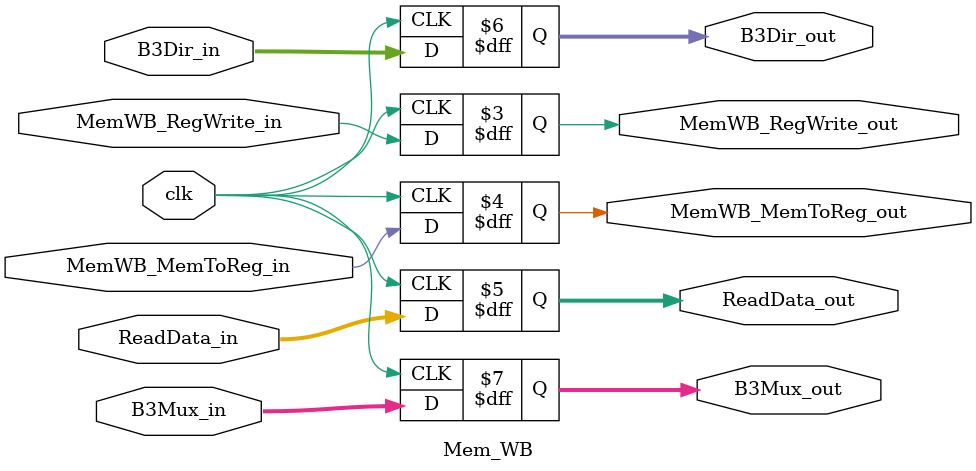
<source format=v>
`timescale 1ns/1ns
/*Las salidas/salidas de la unidad de control que 
se ecuentran aquí vienen todas del bufer "Ex_Mem" */
module Mem_WB (
  //Entrada de la señal de reloj
  input clk,
  //Entradas de otros modulos
  input [31:00] ReadData_in,
  input [31:00] B3Dir_in,
  input [4:0] B3Mux_in,
  //Entradas de la Unidad de control
  input MemWB_RegWrite_in,
  input MemWB_MemToReg_in,
  //salidas de la unidad de control
  output reg MemWB_RegWrite_out,
  output reg MemWB_MemToReg_out,
  //Salidas de otros modulos
  output reg [31:00] ReadData_out,
  output reg [31:00] B3Dir_out,
  output reg [4:0] B3Mux_out
);

initial
begin
    ReadData_out = 0;
    B3Dir_out = 0;
    B3Mux_out = 0;
    MemWB_MemToReg_out = 0;
    MemWB_RegWrite_out = 0;
end

always @(posedge clk)
begin
  ReadData_out = ReadData_in;
  B3Dir_out = B3Dir_in;
  B3Mux_out = B3Mux_in;
  MemWB_RegWrite_out = MemWB_RegWrite_in; 
  MemWB_MemToReg_out = MemWB_MemToReg_in;
end

endmodule
</source>
